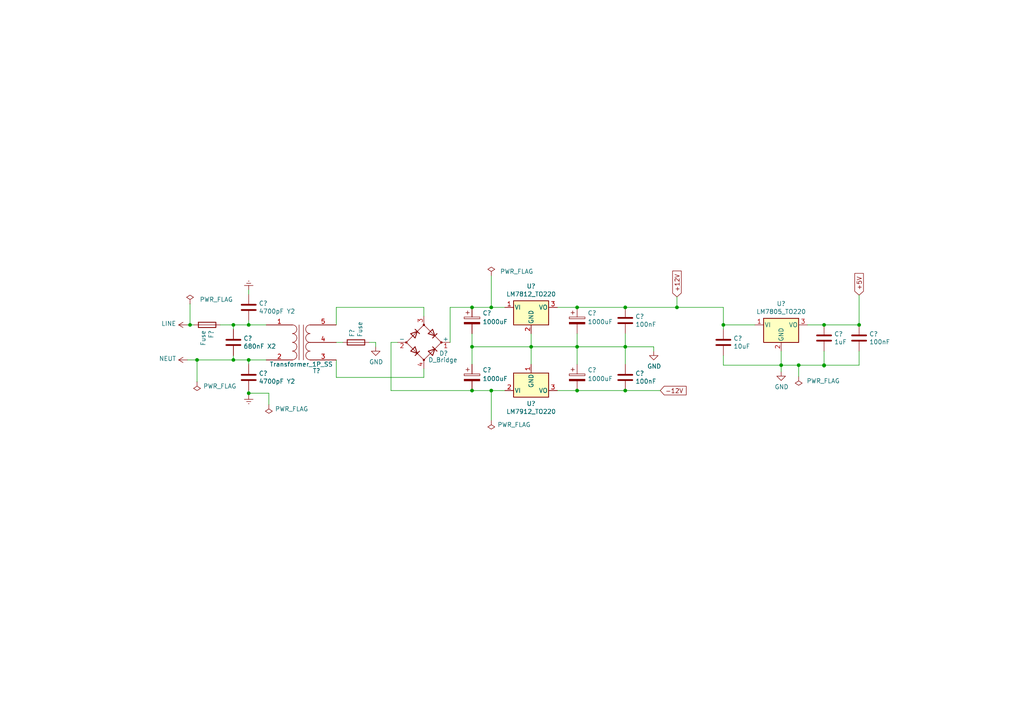
<source format=kicad_sch>
(kicad_sch (version 20211123) (generator eeschema)
  (paper "A4")
  (title_block (title "Power Supply") (company "Joachim Westlund"))
  (lib_symbols
    (symbol "Device:C" (pin_numbers hide) (pin_names (offset 0.254))
      (property "Reference" "C" (at 0.635 2.54 0))
      (property "Value" "C" (at 0.635 -2.54 0))
      (symbol "C_0_1"
        (polyline (pts (xy -2.032 -0.762) (xy 2.032 -0.762)) (stroke (width 0.508)))
        (polyline (pts (xy -2.032 0.762) (xy 2.032 0.762)) (stroke (width 0.508)))
      )
      (symbol "C_1_1"
        (pin passive line (at 0 3.81 270) (length 2.794) (name "~") (number "1"))
        (pin passive line (at 0 -3.81 90) (length 2.794) (name "~") (number "2"))
      )
    )
    (symbol "Device:C_Polarized" (pin_numbers hide) (pin_names (offset 0.254))
      (property "Reference" "C" (at 0.635 2.54 0))
      (property "Value" "C_Polarized" (at 0.635 -2.54 0))
      (symbol "C_Polarized_0_1"
        (rectangle (start -2.286 0.508) (end 2.286 1.016))
        (polyline (pts (xy -1.778 2.286) (xy -0.762 2.286)))
        (polyline (pts (xy -1.27 2.794) (xy -1.27 1.778)))
        (rectangle (start 2.286 -0.508) (end -2.286 -1.016) (fill (type outline)))
      )
      (symbol "C_Polarized_1_1"
        (pin passive line (at 0 3.81 270) (length 2.794) (name "~") (number "1"))
        (pin passive line (at 0 -3.81 90) (length 2.794) (name "~") (number "2"))
      )
    )
    (symbol "Device:D_Bridge_+-AA" (pin_names (offset 0))
      (property "Reference" "D" (at 2.54 6.985 0))
      (property "Value" "D_Bridge_+-AA" (at 2.54 5.08 0))
      (symbol "D_Bridge_+-AA_0_1"
        (circle (center -5.08 0) (radius 0.254) (fill (type outline)))
        (circle (center 0 -5.08) (radius 0.254) (fill (type outline)))
        (polyline (pts (xy -2.54 3.81) (xy -1.27 2.54)) (stroke (width 0.254)))
        (polyline (pts (xy -1.27 -2.54) (xy -2.54 -3.81)) (stroke (width 0.254)))
        (polyline (pts (xy 2.54 -1.27) (xy 3.81 -2.54)) (stroke (width 0.254)))
        (polyline (pts (xy 2.54 1.27) (xy 3.81 2.54)) (stroke (width 0.254)))
        (polyline (pts (xy -3.81 2.54) (xy -2.54 1.27) (xy -1.905 3.175) (xy -3.81 2.54)) (stroke (width 0.254)))
        (polyline (pts (xy -2.54 -1.27) (xy -3.81 -2.54) (xy -1.905 -3.175) (xy -2.54 -1.27)) (stroke (width 0.254)))
        (polyline (pts (xy 1.27 2.54) (xy 2.54 3.81) (xy 3.175 1.905) (xy 1.27 2.54)) (stroke (width 0.254)))
        (polyline (pts (xy 3.175 -1.905) (xy 1.27 -2.54) (xy 2.54 -3.81) (xy 3.175 -1.905)) (stroke (width 0.254)))
        (polyline (pts (xy -5.08 0) (xy 0 -5.08) (xy 5.08 0) (xy 0 5.08) (xy -5.08 0)))
        (circle (center 0 5.08) (radius 0.254) (fill (type outline)))
        (circle (center 5.08 0) (radius 0.254) (fill (type outline)))
      )
      (symbol "D_Bridge_+-AA_1_1"
        (pin passive line (at 7.62 0 180) (length 2.54) (name "+") (number "1"))
        (pin passive line (at -7.62 0 0) (length 2.54) (name "-") (number "2"))
        (pin passive line (at 0 7.62 270) (length 2.54) (name "~") (number "3"))
        (pin passive line (at 0 -7.62 90) (length 2.54) (name "~") (number "4"))
      )
    )
    (symbol "Device:Fuse" (pin_numbers hide) (pin_names (offset 0))
      (property "Reference" "F" (at 2.032 0 90))
      (property "Value" "Fuse" (at -1.905 0 90))
      (symbol "Fuse_0_1"
        (rectangle (start -0.762 -2.54) (end 0.762 2.54) (stroke (width 0.254)))
        (polyline (pts (xy 0 2.54) (xy 0 -2.54)))
      )
      (symbol "Fuse_1_1"
        (pin passive line (at 0 3.81 270) (length 1.27) (name "~") (number "1"))
        (pin passive line (at 0 -3.81 90) (length 1.27) (name "~") (number "2"))
      )
    )
    (symbol "Device:Transformer_1P_SS" (pin_names (offset 1.016) hide)
      (property "Reference" "T" (at 0 6.35 0))
      (property "Value" "Transformer_1P_SS" (at 0 -7.62 0))
      (symbol "Transformer_1P_SS_0_1"
        (arc (start -2.54 -5.0546) (mid -1.6561 -4.6863) (end -1.27 -3.81))
        (arc (start -2.54 -2.5146) (mid -1.6561 -2.1463) (end -1.27 -1.27))
        (arc (start -2.54 0.0254) (mid -1.6561 0.3937) (end -1.27 1.27))
        (arc (start -2.54 2.5654) (mid -1.6561 2.9337) (end -1.27 3.81))
        (arc (start -1.27 -3.81) (mid -1.642 -2.912) (end -2.54 -2.54))
        (arc (start -1.27 -1.27) (mid -1.642 -0.372) (end -2.54 0))
        (arc (start -1.27 1.27) (mid -1.642 2.168) (end -2.54 2.54))
        (arc (start -1.27 3.81) (mid -1.642 4.708) (end -2.54 5.08))
        (polyline (pts (xy -0.635 5.08) (xy -0.635 -5.08)))
        (polyline (pts (xy 0.635 -5.08) (xy 0.635 5.08)))
        (arc (start 1.2954 -1.27) (mid 1.6599 -2.1501) (end 2.54 -2.5146))
        (arc (start 1.2954 1.27) (mid 1.6599 0.3899) (end 2.54 0.0254))
        (arc (start 1.2954 3.81) (mid 1.6599 2.9299) (end 2.54 2.5654))
        (arc (start 1.3208 -3.81) (mid 1.6853 -4.6901) (end 2.5654 -5.0546))
        (arc (start 2.54 0) (mid 1.6456 -0.3683) (end 1.2954 -1.27))
        (arc (start 2.54 2.54) (mid 1.6456 2.1717) (end 1.2954 1.27))
        (arc (start 2.54 5.08) (mid 1.6456 4.7117) (end 1.2954 3.81))
        (arc (start 2.5654 -2.54) (mid 1.671 -2.9083) (end 1.3208 -3.81))
      )
      (symbol "Transformer_1P_SS_1_1"
        (pin passive line (at -10.16 5.08 0) (length 7.62) (name "AA") (number "1"))
        (pin passive line (at -10.16 -5.08 0) (length 7.62) (name "AB") (number "2"))
        (pin passive line (at 10.16 -5.08 180) (length 7.62) (name "SA") (number "3"))
        (pin passive line (at 10.16 0 180) (length 7.62) (name "SC") (number "4"))
        (pin passive line (at 10.16 5.08 180) (length 7.62) (name "SB") (number "5"))
      )
    )
    (symbol "Regulator_Linear:LM7805_TO220" (pin_names (offset 0.254))
      (property "Reference" "U" (at -3.81 3.175 0))
      (property "Value" "LM7805_TO220" (at 0 3.175 0))
      (symbol "LM7805_TO220_0_1"
        (rectangle (start -5.08 1.905) (end 5.08 -5.08) (stroke (width 0.254)) (fill (type background)))
      )
      (symbol "LM7805_TO220_1_1"
        (pin power_in line (at -7.62 0 0) (length 2.54) (name "VI") (number "1"))
        (pin power_in line (at 0 -7.62 90) (length 2.54) (name "GND") (number "2"))
        (pin power_out line (at 7.62 0 180) (length 2.54) (name "VO") (number "3"))
      )
    )
    (symbol "Regulator_Linear:LM7812_TO220" (pin_names (offset 0.254))
      (property "Reference" "U" (at -3.81 3.175 0))
      (property "Value" "LM7812_TO220" (at 0 3.175 0))
      (symbol "LM7812_TO220_0_1"
        (rectangle (start -5.08 1.905) (end 5.08 -5.08) (stroke (width 0.254)) (fill (type background)))
      )
      (symbol "LM7812_TO220_1_1"
        (pin power_in line (at -7.62 0 0) (length 2.54) (name "VI") (number "1"))
        (pin power_in line (at 0 -7.62 90) (length 2.54) (name "GND") (number "2"))
        (pin power_out line (at 7.62 0 180) (length 2.54) (name "VO") (number "3"))
      )
    )
    (symbol "Regulator_Linear:LM7912_TO220" (pin_names (offset 0.254))
      (property "Reference" "U" (at -3.81 -3.175 0))
      (property "Value" "LM7912_TO220" (at 0 -3.175 0))
      (symbol "LM7912_TO220_0_1"
        (rectangle (start -5.08 5.08) (end 5.08 -1.905) (stroke (width 0.254)) (fill (type background)))
      )
      (symbol "LM7912_TO220_1_1"
        (pin power_in line (at 0 7.62 270) (length 2.54) (name "GND") (number "1"))
        (pin power_in line (at -7.62 0 0) (length 2.54) (name "VI") (number "2"))
        (pin power_out line (at 7.62 0 180) (length 2.54) (name "VO") (number "3"))
      )
    )
    (symbol "power:Earth" (power) (pin_names (offset 0))
      (symbol "Earth_0_1"
        (polyline (pts (xy -0.635 -1.905) (xy 0.635 -1.905)))
        (polyline (pts (xy -0.127 -2.54) (xy 0.127 -2.54)))
        (polyline (pts (xy 0 -1.27) (xy 0 0)))
        (polyline (pts (xy 1.27 -1.27) (xy -1.27 -1.27)))
      )
      (symbol "Earth_1_1"
        (pin power_in line (at 0 0 270) (length 0) hide (name "Earth") (number "1"))
      )
    )
    (symbol "power:GND" (power) (pin_names (offset 0))
      (property "Value" "GND" (at 0 -3.81 0))
      (symbol "GND_0_1"
        (polyline (pts (xy 0 0) (xy 0 -1.27) (xy 1.27 -1.27) (xy 0 -2.54) (xy -1.27 -1.27) (xy 0 -1.27)))
      )
      (symbol "GND_1_1"
        (pin power_in line (at 0 0 270) (length 0) hide (name "GND") (number "1"))
      )
    )
    (symbol "power:LINE" (power) (pin_names (offset 0))
      (property "Value" "LINE" (at 0 3.81 0))
      (symbol "LINE_0_1"
        (polyline (pts (xy -0.762 1.27) (xy 0 2.54)))
        (polyline (pts (xy 0 0) (xy 0 2.54)))
        (polyline (pts (xy 0 2.54) (xy 0.762 1.27)))
      )
      (symbol "LINE_1_1"
        (pin power_in line (at 0 0 90) (length 0) hide (name "LINE") (number "1"))
      )
    )
    (symbol "power:NEUT" (power) (pin_names (offset 0))
      (property "Value" "NEUT" (at 0 3.81 0))
      (symbol "NEUT_0_1"
        (polyline (pts (xy -0.762 1.27) (xy 0 2.54)))
        (polyline (pts (xy 0 0) (xy 0 2.54)))
        (polyline (pts (xy 0 2.54) (xy 0.762 1.27)))
      )
      (symbol "NEUT_1_1"
        (pin power_in line (at 0 0 90) (length 0) hide (name "NEUT") (number "1"))
      )
    )
    (symbol "power:PWR_FLAG" (power) (pin_numbers hide) (pin_names (offset 0) hide)
      (property "Value" "PWR_FLAG" (at 0 3.81 0))
      (symbol "PWR_FLAG_0_0"
        (pin power_out line (at 0 0 90) (length 0) (name "pwr") (number "1"))
      )
      (symbol "PWR_FLAG_0_1"
        (polyline (pts (xy 0 0) (xy 0 1.27) (xy -1.016 1.905) (xy 0 2.54) (xy 1.016 1.905) (xy 0 1.27)))
      )
    )
  )
  (junction (at 167.386 89.154))
  (junction (at 57.15 104.394))
  (junction (at 249.174 94.234))
  (junction (at 142.494 113.284))
  (junction (at 231.648 105.918))
  (junction (at 154.051 100.584))
  (junction (at 239.014 105.918))
  (junction (at 226.568 105.918))
  (junction (at 239.014 94.234))
  (junction (at 209.804 94.234))
  (junction (at 142.494 89.154))
  (junction (at 136.906 89.154))
  (junction (at 136.906 100.584))
  (junction (at 55.118 94.234))
  (junction (at 67.691 104.394))
  (junction (at 72.136 94.234))
  (junction (at 72.136 114.046))
  (junction (at 181.356 100.584))
  (junction (at 196.342 89.154))
  (junction (at 181.356 113.284))
  (junction (at 239.014 106.045))
  (junction (at 72.136 104.394))
  (junction (at 181.356 89.154))
  (junction (at 136.906 113.284))
  (junction (at 167.386 113.284))
  (junction (at 67.691 94.234))
  (junction (at 167.386 100.584))
  (wire (pts (xy 226.568 105.918) (xy 209.804 105.918)))
  (wire (pts (xy 72.136 94.234) (xy 77.216 94.234)))
  (wire (pts (xy 142.494 113.284) (xy 142.494 121.92)))
  (wire (pts (xy 54.356 104.394) (xy 57.15 104.394)))
  (wire (pts (xy 167.386 100.584) (xy 167.386 96.774)))
  (wire (pts (xy 226.568 105.918) (xy 226.568 107.823)))
  (wire (pts (xy 97.536 109.474) (xy 122.936 109.474)))
  (wire (pts (xy 63.881 94.234) (xy 67.691 94.234)))
  (wire (pts (xy 115.316 99.314) (xy 113.411 99.314)))
  (wire (pts (xy 57.15 104.394) (xy 57.15 110.744)))
  (wire (pts (xy 181.356 100.584) (xy 167.386 100.584)))
  (wire (pts (xy 249.174 85.598) (xy 249.174 94.234)))
  (wire (pts (xy 113.411 113.284) (xy 136.906 113.284)))
  (wire (pts (xy 231.648 105.918) (xy 231.648 109.22)))
  (wire (pts (xy 54.356 94.234) (xy 55.118 94.234)))
  (wire (pts (xy 239.014 105.918) (xy 239.014 106.045)))
  (wire (pts (xy 72.136 85.344) (xy 72.136 84.074)))
  (wire (pts (xy 108.966 99.314) (xy 108.966 100.584)))
  (wire (pts (xy 72.136 92.964) (xy 72.136 94.234)))
  (wire (pts (xy 154.051 105.664) (xy 154.051 100.584)))
  (wire (pts (xy 77.978 114.046) (xy 72.136 114.046)))
  (wire (pts (xy 67.691 95.504) (xy 67.691 94.234)))
  (wire (pts (xy 209.804 103.124) (xy 209.804 105.918)))
  (wire (pts (xy 239.014 105.918) (xy 249.174 105.918)))
  (wire (pts (xy 97.536 104.394) (xy 97.536 109.474)))
  (wire (pts (xy 67.691 104.394) (xy 72.136 104.394)))
  (wire (pts (xy 67.691 94.234) (xy 72.136 94.234)))
  (wire (pts (xy 196.342 89.154) (xy 209.804 89.154)))
  (wire (pts (xy 161.671 113.284) (xy 167.386 113.284)))
  (wire (pts (xy 189.611 100.584) (xy 181.356 100.584)))
  (wire (pts (xy 122.936 89.154) (xy 122.936 91.694)))
  (wire (pts (xy 154.051 100.584) (xy 136.906 100.584)))
  (wire (pts (xy 97.536 89.154) (xy 122.936 89.154)))
  (wire (pts (xy 181.356 113.284) (xy 191.516 113.284)))
  (wire (pts (xy 72.136 104.394) (xy 77.216 104.394)))
  (wire (pts (xy 189.611 101.854) (xy 189.611 100.584)))
  (wire (pts (xy 72.136 114.046) (xy 72.136 114.554)))
  (wire (pts (xy 231.648 105.918) (xy 226.568 105.918)))
  (wire (pts (xy 196.342 86.106) (xy 196.342 89.154)))
  (wire (pts (xy 136.906 96.774) (xy 136.906 100.584)))
  (wire (pts (xy 77.978 117.348) (xy 77.978 114.046)))
  (wire (pts (xy 97.536 99.314) (xy 99.441 99.314)))
  (wire (pts (xy 167.386 100.584) (xy 154.051 100.584)))
  (wire (pts (xy 146.431 113.284) (xy 142.494 113.284)))
  (wire (pts (xy 97.536 94.234) (xy 97.536 89.154)))
  (wire (pts (xy 72.136 105.664) (xy 72.136 104.394)))
  (wire (pts (xy 122.936 109.474) (xy 122.936 106.934)))
  (wire (pts (xy 209.804 94.234) (xy 218.948 94.234)))
  (wire (pts (xy 130.556 89.154) (xy 136.906 89.154)))
  (wire (pts (xy 167.386 89.154) (xy 181.356 89.154)))
  (wire (pts (xy 130.556 99.314) (xy 130.556 89.154)))
  (wire (pts (xy 136.906 113.284) (xy 142.494 113.284)))
  (wire (pts (xy 161.671 89.154) (xy 167.386 89.154)))
  (wire (pts (xy 55.118 88.138) (xy 55.118 94.234)))
  (wire (pts (xy 136.906 100.584) (xy 136.906 105.664)))
  (wire (pts (xy 226.568 101.854) (xy 226.568 105.918)))
  (wire (pts (xy 72.136 113.284) (xy 72.136 114.046)))
  (wire (pts (xy 167.386 113.284) (xy 181.356 113.284)))
  (wire (pts (xy 239.014 94.234) (xy 249.174 94.234)))
  (wire (pts (xy 239.014 101.854) (xy 239.014 105.918)))
  (wire (pts (xy 181.356 100.584) (xy 181.356 105.664)))
  (wire (pts (xy 146.431 89.154) (xy 142.494 89.154)))
  (wire (pts (xy 67.691 103.124) (xy 67.691 104.394)))
  (wire (pts (xy 113.411 99.314) (xy 113.411 113.284)))
  (wire (pts (xy 167.386 105.664) (xy 167.386 100.584)))
  (wire (pts (xy 239.014 105.918) (xy 231.648 105.918)))
  (wire (pts (xy 181.356 89.154) (xy 196.342 89.154)))
  (wire (pts (xy 142.494 80.01) (xy 142.494 89.154)))
  (wire (pts (xy 181.356 96.774) (xy 181.356 100.584)))
  (wire (pts (xy 209.804 94.234) (xy 209.804 89.154)))
  (wire (pts (xy 57.15 104.394) (xy 67.691 104.394)))
  (wire (pts (xy 55.118 94.234) (xy 56.261 94.234)))
  (wire (pts (xy 209.804 95.504) (xy 209.804 94.234)))
  (wire (pts (xy 234.188 94.234) (xy 239.014 94.234)))
  (wire (pts (xy 154.051 100.584) (xy 154.051 96.774)))
  (wire (pts (xy 249.174 101.854) (xy 249.174 105.918)))
  (wire (pts (xy 107.061 99.314) (xy 108.966 99.314)))
  (wire (pts (xy 136.906 89.154) (xy 142.494 89.154)))
  (global_label "+12V" (shape input) (at 196.342 86.106 90) (property "Intersheet References" "${INTERSHEET_REFS}" (effects hide)))
  (global_label "+5V" (shape input) (at 249.174 85.598 90) (property "Intersheet References" "${INTERSHEET_REFS}" (effects hide)))
  (global_label "-12V" (shape input) (at 191.516 113.284 0) (property "Intersheet References" "${INTERSHEET_REFS}" (effects hide)))
  (symbol (lib_id "Device:C") (at 209.804 99.314 0) (unit 1)
    (property "Reference" "C?" (at 212.725 98.1456 0) (effects (justify left)))
    (property "Value" "10uF" (at 212.725 100.457 0) (effects (justify left)))
  )
  (symbol (lib_id "Device:C") (at 72.136 89.154 0) (unit 1)
    (property "Reference" "C?" (at 75.057 87.9856 0) (effects (justify left)))
    (property "Value" "4700pF Y2" (at 75.057 90.297 0) (effects (justify left)))
  )
  (symbol (lib_id "Device:C_Polarized") (at 136.906 92.964 0) (unit 1)
    (property "Reference" "C?" (at 139.954 90.8049 0) (effects (justify left)))
    (property "Value" "1000uF" (at 139.954 93.3449 0) (effects (justify left)))
  )
  (symbol (lib_id "Device:Transformer_1P_SS") (at 87.376 99.314 0) (unit 1)
    (property "Reference" "T?" (at 91.821 107.569 0))
    (property "Value" "Transformer_1P_SS" (at 87.376 105.664 0))
  )
  (symbol (lib_id "Regulator_Linear:LM7812_TO220") (at 154.051 89.154 0) (unit 1)
    (property "Reference" "U?" (at 154.051 83.0072 0))
    (property "Value" "LM7812_TO220" (at 154.051 85.3186 0))
    (property "Datasheet" "https://www.onsemi.cn/PowerSolutions/document/MC7800-D.PDF" (effects hide))
  )
  (symbol (lib_id "power:NEUT") (at 54.356 104.394 90) (unit 1)
    (property "Reference" "#PWR?" (effects hide))
    (property "Value" "NEUT" (at 51.1048 104.013 90) (effects (justify left)))
  )
  (symbol (lib_id "Device:C_Polarized") (at 167.386 109.474 0) (unit 1)
    (property "Reference" "C?" (at 170.434 107.3149 0) (effects (justify left)))
    (property "Value" "1000uF" (at 170.434 109.8549 0) (effects (justify left)))
  )
  (symbol (lib_id "Regulator_Linear:LM7912_TO220") (at 154.051 113.284 0) (unit 1)
    (property "Reference" "U?" (at 154.051 117.0686 0))
    (property "Value" "LM7912_TO220" (at 154.051 119.38 0))
    (property "Datasheet" "hhttps://www.onsemi.com/pub/Collateral/MC7900-D.PDF" (effects hide))
  )
  (symbol (lib_id "Device:C") (at 249.174 98.044 0) (unit 1)
    (property "Reference" "C?" (at 252.095 96.8756 0) (effects (justify left)))
    (property "Value" "100nF" (at 252.095 99.187 0) (effects (justify left)))
  )
  (symbol (lib_id "power:PWR_FLAG") (at 55.118 88.138 0) (unit 1)
    (property "Reference" "#FLG?" (effects hide))
    (property "Value" "PWR_FLAG" (at 57.912 86.8679 0) (effects (justify left)))
  )
  (symbol (lib_id "Device:C") (at 72.136 109.474 180) (unit 1)
    (property "Reference" "C?" (at 75.057 108.3056 0) (effects (justify right)))
    (property "Value" "4700pF Y2" (at 75.057 110.617 0) (effects (justify right)))
  )
  (symbol (lib_id "power:PWR_FLAG") (at 231.648 109.22 180) (unit 1)
    (property "Reference" "#FLG?" (effects hide))
    (property "Value" "PWR_FLAG" (at 233.934 110.4899 0) (effects (justify right)))
  )
  (symbol (lib_id "Device:Fuse") (at 60.071 94.234 270) (unit 1)
    (property "Reference" "F?" (at 61.2394 95.758 0) (effects (justify left)))
    (property "Value" "Fuse" (at 58.928 95.758 0) (effects (justify left)))
  )
  (symbol (lib_id "Device:C") (at 181.356 109.474 0) (unit 1)
    (property "Reference" "C?" (at 184.277 108.3056 0) (effects (justify left)))
    (property "Value" "100nF" (at 184.277 110.617 0) (effects (justify left)))
  )
  (symbol (lib_id "power:Earth") (at 72.136 114.554 0) (unit 1)
    (property "Reference" "#PWR?" (effects hide))
    (property "Value" "Earth" (effects hide))
  )
  (symbol (lib_id "power:PWR_FLAG") (at 77.978 117.348 180) (unit 1)
    (property "Reference" "#FLG?" (effects hide))
    (property "Value" "PWR_FLAG" (at 79.756 118.6179 0) (effects (justify right)))
  )
  (symbol (lib_id "power:PWR_FLAG") (at 142.494 80.01 0) (unit 1)
    (property "Reference" "#FLG?" (effects hide))
    (property "Value" "PWR_FLAG" (at 145.034 78.7399 0) (effects (justify left)))
  )
  (symbol (lib_id "Device:C") (at 181.356 92.964 0) (unit 1)
    (property "Reference" "C?" (at 184.277 91.7956 0) (effects (justify left)))
    (property "Value" "100nF" (at 184.277 94.107 0) (effects (justify left)))
  )
  (symbol (lib_id "power:LINE") (at 54.356 94.234 90) (unit 1)
    (property "Reference" "#PWR?" (effects hide))
    (property "Value" "LINE" (at 51.1048 93.853 90) (effects (justify left)))
  )
  (symbol (lib_id "Device:C") (at 67.691 99.314 0) (unit 1)
    (property "Reference" "C?" (at 70.612 98.1456 0) (effects (justify left)))
    (property "Value" "680nF X2" (at 70.612 100.457 0) (effects (justify left)))
  )
  (symbol (lib_id "Device:C_Polarized") (at 167.386 92.964 0) (unit 1)
    (property "Reference" "C?" (at 170.434 90.8049 0) (effects (justify left)))
    (property "Value" "1000uF" (at 170.434 93.3449 0) (effects (justify left)))
  )
  (symbol (lib_id "Device:Fuse") (at 103.251 99.314 90) (unit 1)
    (property "Reference" "F?" (at 102.0826 97.79 0) (effects (justify left)))
    (property "Value" "Fuse" (at 104.394 97.79 0) (effects (justify left)))
  )
  (symbol (lib_id "power:GND") (at 108.966 100.584 0) (unit 1)
    (property "Reference" "#PWR?" (effects hide))
    (property "Value" "GND" (at 109.093 104.9782 0))
  )
  (symbol (lib_id "power:GND") (at 189.611 101.854 0) (unit 1)
    (property "Reference" "#PWR?" (effects hide))
    (property "Value" "GND" (at 189.738 106.2482 0))
  )
  (symbol (lib_id "Device:C_Polarized") (at 136.906 109.474 0) (unit 1)
    (property "Reference" "C?" (at 139.954 107.3149 0) (effects (justify left)))
    (property "Value" "1000uF" (at 139.954 109.8549 0) (effects (justify left)))
  )
  (symbol (lib_id "Device:D_Bridge_+-AA") (at 122.936 99.314 0) (unit 1)
    (property "Reference" "D?" (at 127.381 102.489 0) (effects (justify left)))
    (property "Value" "D_Bridge" (at 124.206 104.394 0) (effects (justify left)))
  )
  (symbol (lib_id "Regulator_Linear:LM7805_TO220") (at 226.568 94.234 0) (unit 1)
    (property "Reference" "U?" (at 226.568 88.0872 0))
    (property "Value" "LM7805_TO220" (at 226.568 90.3986 0))
    (property "Datasheet" "https://www.onsemi.cn/PowerSolutions/document/MC7800-D.PDF" (effects hide))
  )
  (symbol (lib_id "power:PWR_FLAG") (at 57.15 110.744 180) (unit 1)
    (property "Reference" "#FLG?" (effects hide))
    (property "Value" "PWR_FLAG" (at 58.928 112.0139 0) (effects (justify right)))
  )
  (symbol (lib_id "power:PWR_FLAG") (at 142.494 121.92 180) (unit 1)
    (property "Reference" "#FLG?" (effects hide))
    (property "Value" "PWR_FLAG" (at 144.272 123.1899 0) (effects (justify right)))
  )
  (symbol (lib_id "power:Earth") (at 72.136 84.074 180) (unit 1)
    (property "Reference" "#PWR?" (effects hide))
    (property "Value" "Earth" (effects hide))
  )
  (symbol (lib_id "power:GND") (at 226.568 107.823 0) (unit 1)
    (property "Reference" "#PWR?" (effects hide))
    (property "Value" "GND" (at 226.695 112.2172 0))
  )
  (symbol (lib_id "Device:C") (at 239.014 98.044 0) (unit 1)
    (property "Reference" "C?" (at 241.935 96.8756 0) (effects (justify left)))
    (property "Value" "1uF" (at 241.935 99.187 0) (effects (justify left)))
  )
)
</source>
